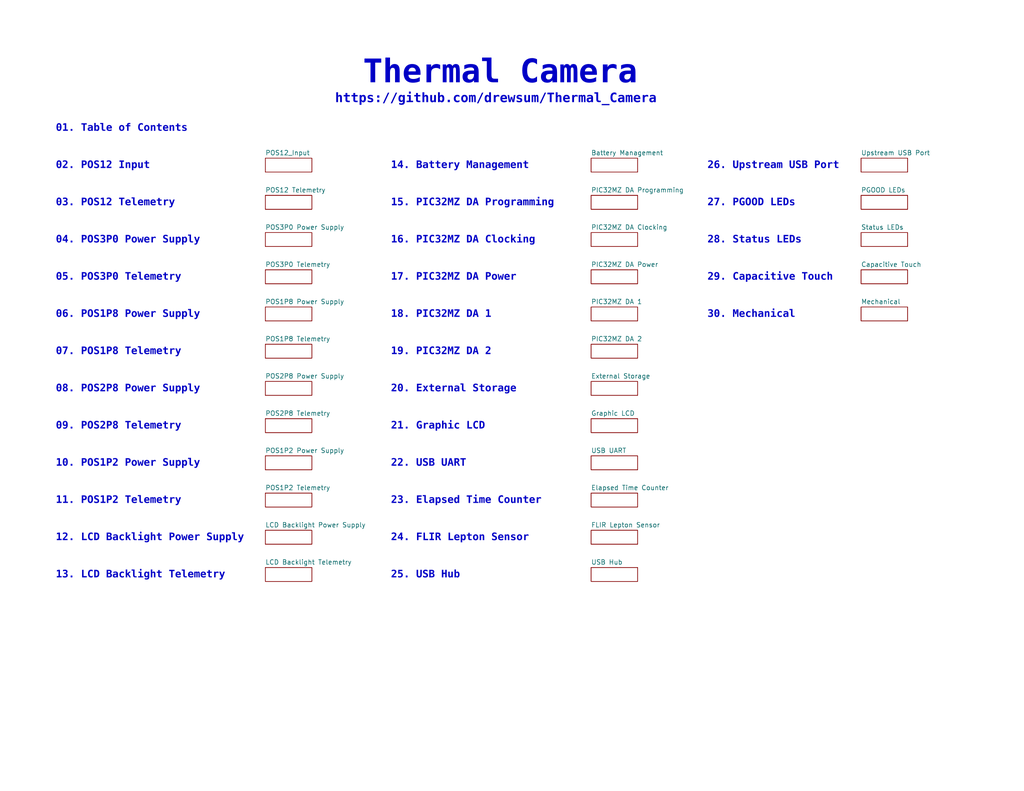
<source format=kicad_sch>
(kicad_sch
	(version 20231120)
	(generator "eeschema")
	(generator_version "8.0")
	(uuid "4bd21e0b-5408-4b93-866e-c82ac5b31fa9")
	(paper "A")
	(title_block
		(title "Thermal Camera")
		(date "2024-05-24")
		(rev "PRELIM")
		(company "Drew Maatman and Michael Laffin")
	)
	(lib_symbols)
	(text "08. POS2P8 Power Supply"
		(exclude_from_sim no)
		(at 15.24 107.95 0)
		(effects
			(font
				(face "Courier New")
				(size 2.032 2.032)
				(thickness 0.508)
				(bold yes)
			)
			(justify left bottom)
		)
		(uuid "0033a92c-6647-4e3d-b42a-5725e490b6e6")
	)
	(text "12. LCD Backlight Power Supply"
		(exclude_from_sim no)
		(at 15.24 148.59 0)
		(effects
			(font
				(face "Courier New")
				(size 2.032 2.032)
				(thickness 0.508)
				(bold yes)
			)
			(justify left bottom)
		)
		(uuid "0202c89e-f748-4709-8416-ddb772d179b5")
	)
	(text "26. Upstream USB Port"
		(exclude_from_sim no)
		(at 193.04 46.99 0)
		(effects
			(font
				(face "Courier New")
				(size 2.032 2.032)
				(thickness 0.508)
				(bold yes)
			)
			(justify left bottom)
		)
		(uuid "05ed0d5b-4476-4ed9-aacd-84d83a8f911f")
	)
	(text "15. PIC32MZ DA Programming"
		(exclude_from_sim no)
		(at 106.68 57.15 0)
		(effects
			(font
				(face "Courier New")
				(size 2.032 2.032)
				(thickness 0.508)
				(bold yes)
			)
			(justify left bottom)
		)
		(uuid "1272004a-e189-46e8-b370-958810d17e19")
	)
	(text "28. Status LEDs"
		(exclude_from_sim no)
		(at 193.04 67.31 0)
		(effects
			(font
				(face "Courier New")
				(size 2.032 2.032)
				(thickness 0.508)
				(bold yes)
			)
			(justify left bottom)
		)
		(uuid "131bd24a-37b9-4d2a-b0e6-04636002a3fe")
	)
	(text "05. POS3P0 Telemetry"
		(exclude_from_sim no)
		(at 15.24 77.47 0)
		(effects
			(font
				(face "Courier New")
				(size 2.032 2.032)
				(thickness 0.508)
				(bold yes)
			)
			(justify left bottom)
		)
		(uuid "15e7ec44-dcb6-4838-89c1-c8c4fb1c4cab")
	)
	(text "27. PGOOD LEDs"
		(exclude_from_sim no)
		(at 193.04 57.15 0)
		(effects
			(font
				(face "Courier New")
				(size 2.032 2.032)
				(thickness 0.508)
				(bold yes)
			)
			(justify left bottom)
		)
		(uuid "18c78f11-a02e-42c6-8d0f-083cb9f5da9a")
	)
	(text "02. POS12 Input"
		(exclude_from_sim no)
		(at 15.24 46.99 0)
		(effects
			(font
				(face "Courier New")
				(size 2.032 2.032)
				(thickness 0.508)
				(bold yes)
			)
			(justify left bottom)
		)
		(uuid "1ecab86b-8641-49d7-9a54-0ba4dc7f5bd9")
	)
	(text "25. USB Hub"
		(exclude_from_sim no)
		(at 106.68 158.75 0)
		(effects
			(font
				(face "Courier New")
				(size 2.032 2.032)
				(thickness 0.508)
				(bold yes)
			)
			(justify left bottom)
		)
		(uuid "21645f84-8803-4707-9303-d80f2de6e75f")
	)
	(text "22. USB UART"
		(exclude_from_sim no)
		(at 106.68 128.27 0)
		(effects
			(font
				(face "Courier New")
				(size 2.032 2.032)
				(thickness 0.508)
				(bold yes)
			)
			(justify left bottom)
		)
		(uuid "2a569bd5-3374-4664-a7d0-0c5ea89d271c")
	)
	(text "01. Table of Contents"
		(exclude_from_sim no)
		(at 15.24 36.83 0)
		(effects
			(font
				(face "Courier New")
				(size 2.032 2.032)
				(thickness 0.508)
				(bold yes)
			)
			(justify left bottom)
		)
		(uuid "2d9cba46-1fd1-4871-b159-5d7c54285bdc")
	)
	(text "23. Elapsed Time Counter"
		(exclude_from_sim no)
		(at 106.68 138.43 0)
		(effects
			(font
				(face "Courier New")
				(size 2.032 2.032)
				(thickness 0.508)
				(bold yes)
			)
			(justify left bottom)
		)
		(uuid "37693125-5a3a-4552-8628-ee2741fc8116")
	)
	(text "20. External Storage"
		(exclude_from_sim no)
		(at 106.68 107.95 0)
		(effects
			(font
				(face "Courier New")
				(size 2.032 2.032)
				(thickness 0.508)
				(bold yes)
			)
			(justify left bottom)
		)
		(uuid "385103c0-9438-4a51-b1d0-dad36d802952")
	)
	(text "Thermal Camera"
		(exclude_from_sim no)
		(at 99.06 25.4 0)
		(effects
			(font
				(face "Courier New")
				(size 6.35 6.35)
				(thickness 1.27)
				(bold yes)
			)
			(justify left bottom)
		)
		(uuid "42fa3fe2-1408-48cd-8a3a-52edff5ce67b")
	)
	(text "24. FLIR Lepton Sensor"
		(exclude_from_sim no)
		(at 106.68 148.59 0)
		(effects
			(font
				(face "Courier New")
				(size 2.032 2.032)
				(thickness 0.508)
				(bold yes)
			)
			(justify left bottom)
		)
		(uuid "438486d9-1748-4203-b5d5-86cf79467e5d")
	)
	(text "11. POS1P2 Telemetry"
		(exclude_from_sim no)
		(at 15.24 138.43 0)
		(effects
			(font
				(face "Courier New")
				(size 2.032 2.032)
				(thickness 0.508)
				(bold yes)
			)
			(justify left bottom)
		)
		(uuid "463f1c74-0e9d-4020-9a44-33a23337da6d")
	)
	(text "18. PIC32MZ DA 1"
		(exclude_from_sim no)
		(at 106.68 87.63 0)
		(effects
			(font
				(face "Courier New")
				(size 2.032 2.032)
				(thickness 0.508)
				(bold yes)
			)
			(justify left bottom)
		)
		(uuid "6a1ff001-d4cb-4263-9fcc-ea1e7f59c762")
	)
	(text "03. POS12 Telemetry"
		(exclude_from_sim no)
		(at 15.24 57.15 0)
		(effects
			(font
				(face "Courier New")
				(size 2.032 2.032)
				(thickness 0.508)
				(bold yes)
			)
			(justify left bottom)
		)
		(uuid "6a53baa9-1916-42de-91cf-9fcd8c367d91")
	)
	(text "29. Capacitive Touch"
		(exclude_from_sim no)
		(at 193.04 77.47 0)
		(effects
			(font
				(face "Courier New")
				(size 2.032 2.032)
				(thickness 0.508)
				(bold yes)
			)
			(justify left bottom)
		)
		(uuid "6d79bca0-76cb-4170-abb5-b6c462cab206")
	)
	(text "13. LCD Backlight Telemetry"
		(exclude_from_sim no)
		(at 15.24 158.75 0)
		(effects
			(font
				(face "Courier New")
				(size 2.032 2.032)
				(thickness 0.508)
				(bold yes)
			)
			(justify left bottom)
		)
		(uuid "7381a1cf-23d2-4e0f-855b-a8d58068be92")
	)
	(text "19. PIC32MZ DA 2"
		(exclude_from_sim no)
		(at 106.68 97.79 0)
		(effects
			(font
				(face "Courier New")
				(size 2.032 2.032)
				(thickness 0.508)
				(bold yes)
			)
			(justify left bottom)
		)
		(uuid "84490c36-e58f-414c-83ec-931cff933f8f")
	)
	(text "14. Battery Management"
		(exclude_from_sim no)
		(at 106.68 46.99 0)
		(effects
			(font
				(face "Courier New")
				(size 2.032 2.032)
				(thickness 0.508)
				(bold yes)
			)
			(justify left bottom)
		)
		(uuid "8da86fd1-b1f9-4e34-9f45-9a6c3ba38519")
	)
	(text "10. POS1P2 Power Supply"
		(exclude_from_sim no)
		(at 15.24 128.27 0)
		(effects
			(font
				(face "Courier New")
				(size 2.032 2.032)
				(thickness 0.508)
				(bold yes)
			)
			(justify left bottom)
		)
		(uuid "8f2d360d-5a3e-4749-afe0-08f34ffd977d")
	)
	(text "17. PIC32MZ DA Power"
		(exclude_from_sim no)
		(at 106.68 77.47 0)
		(effects
			(font
				(face "Courier New")
				(size 2.032 2.032)
				(thickness 0.508)
				(bold yes)
			)
			(justify left bottom)
		)
		(uuid "a910e657-8029-4b43-b8c1-6fb75bc78f15")
	)
	(text "https://github.com/drewsum/Thermal_Camera"
		(exclude_from_sim no)
		(at 91.44 29.21 0)
		(effects
			(font
				(face "Courier New")
				(size 2.54 2.54)
				(thickness 0.508)
				(bold yes)
			)
			(justify left bottom)
		)
		(uuid "ad2c3a85-ec16-4352-b2e9-d5b0bb73180f")
	)
	(text "30. Mechanical"
		(exclude_from_sim no)
		(at 193.04 87.63 0)
		(effects
			(font
				(face "Courier New")
				(size 2.032 2.032)
				(thickness 0.508)
				(bold yes)
			)
			(justify left bottom)
		)
		(uuid "b05781c3-2d18-4a9b-ad09-bd3fbc9d4c97")
	)
	(text "09. POS2P8 Telemetry"
		(exclude_from_sim no)
		(at 15.24 118.11 0)
		(effects
			(font
				(face "Courier New")
				(size 2.032 2.032)
				(thickness 0.508)
				(bold yes)
			)
			(justify left bottom)
		)
		(uuid "b78efe29-c83f-4fab-99b8-26e6801f29e3")
	)
	(text "07. POS1P8 Telemetry"
		(exclude_from_sim no)
		(at 15.24 97.79 0)
		(effects
			(font
				(face "Courier New")
				(size 2.032 2.032)
				(thickness 0.508)
				(bold yes)
			)
			(justify left bottom)
		)
		(uuid "bb67f017-6128-4000-907b-52004ff2a208")
	)
	(text "04. POS3P0 Power Supply"
		(exclude_from_sim no)
		(at 15.24 67.31 0)
		(effects
			(font
				(face "Courier New")
				(size 2.032 2.032)
				(thickness 0.508)
				(bold yes)
			)
			(justify left bottom)
		)
		(uuid "ccfb4f94-61f6-452e-9e14-4595f5ba1887")
	)
	(text "16. PIC32MZ DA Clocking"
		(exclude_from_sim no)
		(at 106.68 67.31 0)
		(effects
			(font
				(face "Courier New")
				(size 2.032 2.032)
				(thickness 0.508)
				(bold yes)
			)
			(justify left bottom)
		)
		(uuid "d66e287f-e3c4-4584-b742-254ade2d3dd4")
	)
	(text "06. POS1P8 Power Supply"
		(exclude_from_sim no)
		(at 15.24 87.63 0)
		(effects
			(font
				(face "Courier New")
				(size 2.032 2.032)
				(thickness 0.508)
				(bold yes)
			)
			(justify left bottom)
		)
		(uuid "dcfd4c72-000f-4f54-983a-144684f60f52")
	)
	(text "21. Graphic LCD"
		(exclude_from_sim no)
		(at 106.68 118.11 0)
		(effects
			(font
				(face "Courier New")
				(size 2.032 2.032)
				(thickness 0.508)
				(bold yes)
			)
			(justify left bottom)
		)
		(uuid "ebad4fc0-a784-4169-8b21-17197ed39a1f")
	)
	(sheet
		(at 161.29 43.18)
		(size 12.7 3.81)
		(fields_autoplaced yes)
		(stroke
			(width 0.1524)
			(type solid)
		)
		(fill
			(color 0 0 0 0.0000)
		)
		(uuid "079d68a7-d67d-4f5f-9c02-dfffe75c3c82")
		(property "Sheetname" "Battery Management"
			(at 161.29 42.4684 0)
			(effects
				(font
					(size 1.27 1.27)
				)
				(justify left bottom)
			)
		)
		(property "Sheetfile" "Battery_Management.kicad_sch"
			(at 161.29 47.5746 0)
			(effects
				(font
					(size 1.27 1.27)
				)
				(justify left top)
				(hide yes)
			)
		)
		(instances
			(project "Thermal_Camera"
				(path "/4bd21e0b-5408-4b93-866e-c82ac5b31fa9"
					(page "14")
				)
			)
		)
	)
	(sheet
		(at 72.39 93.98)
		(size 12.7 3.81)
		(fields_autoplaced yes)
		(stroke
			(width 0.1524)
			(type solid)
		)
		(fill
			(color 0 0 0 0.0000)
		)
		(uuid "0de09790-3bdf-4530-8052-3de2ac984c76")
		(property "Sheetname" "POS1P8 Telemetry"
			(at 72.39 93.2684 0)
			(effects
				(font
					(size 1.27 1.27)
				)
				(justify left bottom)
			)
		)
		(property "Sheetfile" "POS1P8_Telemetry.kicad_sch"
			(at 72.39 98.3746 0)
			(effects
				(font
					(size 1.27 1.27)
				)
				(justify left top)
				(hide yes)
			)
		)
		(instances
			(project "Thermal_Camera"
				(path "/4bd21e0b-5408-4b93-866e-c82ac5b31fa9"
					(page "7")
				)
			)
		)
	)
	(sheet
		(at 72.39 114.3)
		(size 12.7 3.81)
		(fields_autoplaced yes)
		(stroke
			(width 0.1524)
			(type solid)
		)
		(fill
			(color 0 0 0 0.0000)
		)
		(uuid "104c33c0-d87b-4dd1-aa85-8699a8ece217")
		(property "Sheetname" "POS2P8 Telemetry"
			(at 72.39 113.5884 0)
			(effects
				(font
					(size 1.27 1.27)
				)
				(justify left bottom)
			)
		)
		(property "Sheetfile" "POS2P8_Telemetry.kicad_sch"
			(at 72.39 118.6946 0)
			(effects
				(font
					(size 1.27 1.27)
				)
				(justify left top)
				(hide yes)
			)
		)
		(instances
			(project "Thermal_Camera"
				(path "/4bd21e0b-5408-4b93-866e-c82ac5b31fa9"
					(page "9")
				)
			)
		)
	)
	(sheet
		(at 161.29 83.82)
		(size 12.7 3.81)
		(fields_autoplaced yes)
		(stroke
			(width 0.1524)
			(type solid)
		)
		(fill
			(color 0 0 0 0.0000)
		)
		(uuid "1b710e3d-a955-405b-a057-cf08e93463c9")
		(property "Sheetname" "PIC32MZ DA 1"
			(at 161.29 83.1084 0)
			(effects
				(font
					(size 1.27 1.27)
				)
				(justify left bottom)
			)
		)
		(property "Sheetfile" "PIC32MZ_DA_1.kicad_sch"
			(at 161.29 88.2146 0)
			(effects
				(font
					(size 1.27 1.27)
				)
				(justify left top)
				(hide yes)
			)
		)
		(instances
			(project "Thermal_Camera"
				(path "/4bd21e0b-5408-4b93-866e-c82ac5b31fa9"
					(page "18")
				)
			)
		)
	)
	(sheet
		(at 72.39 124.46)
		(size 12.7 3.81)
		(fields_autoplaced yes)
		(stroke
			(width 0.1524)
			(type solid)
		)
		(fill
			(color 0 0 0 0.0000)
		)
		(uuid "1dc02484-5971-43c1-9ad1-5e210833b5e7")
		(property "Sheetname" "POS1P2 Power Supply"
			(at 72.39 123.7484 0)
			(effects
				(font
					(size 1.27 1.27)
				)
				(justify left bottom)
			)
		)
		(property "Sheetfile" "POS1P2_Power_Supply.kicad_sch"
			(at 72.39 128.8546 0)
			(effects
				(font
					(size 1.27 1.27)
				)
				(justify left top)
				(hide yes)
			)
		)
		(instances
			(project "Thermal_Camera"
				(path "/4bd21e0b-5408-4b93-866e-c82ac5b31fa9"
					(page "10")
				)
			)
		)
	)
	(sheet
		(at 161.29 104.14)
		(size 12.7 3.81)
		(fields_autoplaced yes)
		(stroke
			(width 0.1524)
			(type solid)
		)
		(fill
			(color 0 0 0 0.0000)
		)
		(uuid "21507370-f247-4205-8e94-91a7207a6f8b")
		(property "Sheetname" "External Storage"
			(at 161.29 103.4284 0)
			(effects
				(font
					(size 1.27 1.27)
				)
				(justify left bottom)
			)
		)
		(property "Sheetfile" "External_Storage.kicad_sch"
			(at 161.29 108.5346 0)
			(effects
				(font
					(size 1.27 1.27)
				)
				(justify left top)
				(hide yes)
			)
		)
		(instances
			(project "Thermal_Camera"
				(path "/4bd21e0b-5408-4b93-866e-c82ac5b31fa9"
					(page "20")
				)
			)
		)
	)
	(sheet
		(at 161.29 73.66)
		(size 12.7 3.81)
		(fields_autoplaced yes)
		(stroke
			(width 0.1524)
			(type solid)
		)
		(fill
			(color 0 0 0 0.0000)
		)
		(uuid "233c632f-69aa-4522-9769-6eaba4a6884e")
		(property "Sheetname" "PIC32MZ DA Power"
			(at 161.29 72.9484 0)
			(effects
				(font
					(size 1.27 1.27)
				)
				(justify left bottom)
			)
		)
		(property "Sheetfile" "PIC32MZ_DA_Power.kicad_sch"
			(at 161.29 78.0546 0)
			(effects
				(font
					(size 1.27 1.27)
				)
				(justify left top)
				(hide yes)
			)
		)
		(instances
			(project "Thermal_Camera"
				(path "/4bd21e0b-5408-4b93-866e-c82ac5b31fa9"
					(page "17")
				)
			)
		)
	)
	(sheet
		(at 161.29 154.94)
		(size 12.7 3.81)
		(fields_autoplaced yes)
		(stroke
			(width 0.1524)
			(type solid)
		)
		(fill
			(color 0 0 0 0.0000)
		)
		(uuid "32b7cc5b-624e-4280-95a3-ec3048c4197d")
		(property "Sheetname" "USB Hub"
			(at 161.29 154.2284 0)
			(effects
				(font
					(size 1.27 1.27)
				)
				(justify left bottom)
			)
		)
		(property "Sheetfile" "USB_Hub.kicad_sch"
			(at 161.29 159.3346 0)
			(effects
				(font
					(size 1.27 1.27)
				)
				(justify left top)
				(hide yes)
			)
		)
		(instances
			(project "Thermal_Camera"
				(path "/4bd21e0b-5408-4b93-866e-c82ac5b31fa9"
					(page "25")
				)
			)
		)
	)
	(sheet
		(at 72.39 134.62)
		(size 12.7 3.81)
		(fields_autoplaced yes)
		(stroke
			(width 0.1524)
			(type solid)
		)
		(fill
			(color 0 0 0 0.0000)
		)
		(uuid "33f8bcd3-de2b-4702-9d20-adccf74b10e9")
		(property "Sheetname" "POS1P2 Telemetry"
			(at 72.39 133.9084 0)
			(effects
				(font
					(size 1.27 1.27)
				)
				(justify left bottom)
			)
		)
		(property "Sheetfile" "POS1P2_Telemetry.kicad_sch"
			(at 72.39 139.0146 0)
			(effects
				(font
					(size 1.27 1.27)
				)
				(justify left top)
				(hide yes)
			)
		)
		(instances
			(project "Thermal_Camera"
				(path "/4bd21e0b-5408-4b93-866e-c82ac5b31fa9"
					(page "11")
				)
			)
		)
	)
	(sheet
		(at 72.39 63.5)
		(size 12.7 3.81)
		(fields_autoplaced yes)
		(stroke
			(width 0.1524)
			(type solid)
		)
		(fill
			(color 0 0 0 0.0000)
		)
		(uuid "3996b81d-92d5-40b5-9537-6a34278c1c5b")
		(property "Sheetname" "POS3P0 Power Supply"
			(at 72.39 62.7884 0)
			(effects
				(font
					(size 1.27 1.27)
				)
				(justify left bottom)
			)
		)
		(property "Sheetfile" "POS3P0_Power_Supply.kicad_sch"
			(at 72.39 67.8946 0)
			(effects
				(font
					(size 1.27 1.27)
				)
				(justify left top)
				(hide yes)
			)
		)
		(instances
			(project "Thermal_Camera"
				(path "/4bd21e0b-5408-4b93-866e-c82ac5b31fa9"
					(page "4")
				)
			)
		)
	)
	(sheet
		(at 234.95 73.66)
		(size 12.7 3.81)
		(fields_autoplaced yes)
		(stroke
			(width 0.1524)
			(type solid)
		)
		(fill
			(color 0 0 0 0.0000)
		)
		(uuid "3deecc45-48b8-4079-bb4a-d465a32dd7f7")
		(property "Sheetname" "Capacitive Touch"
			(at 234.95 72.9484 0)
			(effects
				(font
					(size 1.27 1.27)
				)
				(justify left bottom)
			)
		)
		(property "Sheetfile" "Capacitive_Touch.kicad_sch"
			(at 234.95 78.0546 0)
			(effects
				(font
					(size 1.27 1.27)
				)
				(justify left top)
				(hide yes)
			)
		)
		(instances
			(project "Thermal_Camera"
				(path "/4bd21e0b-5408-4b93-866e-c82ac5b31fa9"
					(page "29")
				)
			)
		)
	)
	(sheet
		(at 72.39 83.82)
		(size 12.7 3.81)
		(fields_autoplaced yes)
		(stroke
			(width 0.1524)
			(type solid)
		)
		(fill
			(color 0 0 0 0.0000)
		)
		(uuid "3fa2ed45-8dc3-4842-ae64-2bab78bff715")
		(property "Sheetname" "POS1P8 Power Supply"
			(at 72.39 83.1084 0)
			(effects
				(font
					(size 1.27 1.27)
				)
				(justify left bottom)
			)
		)
		(property "Sheetfile" "POS1P8_Power_Supply.kicad_sch"
			(at 72.39 88.2146 0)
			(effects
				(font
					(size 1.27 1.27)
				)
				(justify left top)
				(hide yes)
			)
		)
		(instances
			(project "Thermal_Camera"
				(path "/4bd21e0b-5408-4b93-866e-c82ac5b31fa9"
					(page "6")
				)
			)
		)
	)
	(sheet
		(at 72.39 154.94)
		(size 12.7 3.81)
		(fields_autoplaced yes)
		(stroke
			(width 0.1524)
			(type solid)
		)
		(fill
			(color 0 0 0 0.0000)
		)
		(uuid "62eeb8ea-0624-4e55-957b-7df5ce00f512")
		(property "Sheetname" "LCD Backlight Telemetry"
			(at 72.39 154.2284 0)
			(effects
				(font
					(size 1.27 1.27)
				)
				(justify left bottom)
			)
		)
		(property "Sheetfile" "LCD_Backlight_Telemetry.kicad_sch"
			(at 72.39 159.3346 0)
			(effects
				(font
					(size 1.27 1.27)
				)
				(justify left top)
				(hide yes)
			)
		)
		(instances
			(project "Thermal_Camera"
				(path "/4bd21e0b-5408-4b93-866e-c82ac5b31fa9"
					(page "13")
				)
			)
		)
	)
	(sheet
		(at 72.39 53.34)
		(size 12.7 3.81)
		(fields_autoplaced yes)
		(stroke
			(width 0.1524)
			(type solid)
		)
		(fill
			(color 0 0 0 0.0000)
		)
		(uuid "78c72208-6db1-4ab8-a8df-528bec958adb")
		(property "Sheetname" "POS12 Telemetry"
			(at 72.39 52.6284 0)
			(effects
				(font
					(size 1.27 1.27)
				)
				(justify left bottom)
			)
		)
		(property "Sheetfile" "POS12_Telemetry.kicad_sch"
			(at 72.39 57.7346 0)
			(effects
				(font
					(size 1.27 1.27)
				)
				(justify left top)
				(hide yes)
			)
		)
		(instances
			(project "Thermal_Camera"
				(path "/4bd21e0b-5408-4b93-866e-c82ac5b31fa9"
					(page "3")
				)
			)
		)
	)
	(sheet
		(at 161.29 124.46)
		(size 12.7 3.81)
		(fields_autoplaced yes)
		(stroke
			(width 0.1524)
			(type solid)
		)
		(fill
			(color 0 0 0 0.0000)
		)
		(uuid "7ad8c94b-0781-4549-8ff5-8042e4172cf8")
		(property "Sheetname" "USB UART"
			(at 161.29 123.7484 0)
			(effects
				(font
					(size 1.27 1.27)
				)
				(justify left bottom)
			)
		)
		(property "Sheetfile" "USB_UART.kicad_sch"
			(at 161.29 128.8546 0)
			(effects
				(font
					(size 1.27 1.27)
				)
				(justify left top)
				(hide yes)
			)
		)
		(instances
			(project "Thermal_Camera"
				(path "/4bd21e0b-5408-4b93-866e-c82ac5b31fa9"
					(page "22")
				)
			)
		)
	)
	(sheet
		(at 72.39 43.18)
		(size 12.7 3.81)
		(fields_autoplaced yes)
		(stroke
			(width 0.1524)
			(type solid)
		)
		(fill
			(color 0 0 0 0.0000)
		)
		(uuid "83e737bd-36e4-4450-be79-c684a42552df")
		(property "Sheetname" "POS12_Input"
			(at 72.39 42.4684 0)
			(effects
				(font
					(size 1.27 1.27)
				)
				(justify left bottom)
			)
		)
		(property "Sheetfile" "POS12_Input.kicad_sch"
			(at 72.39 47.5746 0)
			(effects
				(font
					(size 1.27 1.27)
				)
				(justify left top)
				(hide yes)
			)
		)
		(instances
			(project "Thermal_Camera"
				(path "/4bd21e0b-5408-4b93-866e-c82ac5b31fa9"
					(page "2")
				)
			)
		)
	)
	(sheet
		(at 161.29 144.78)
		(size 12.7 3.81)
		(fields_autoplaced yes)
		(stroke
			(width 0.1524)
			(type solid)
		)
		(fill
			(color 0 0 0 0.0000)
		)
		(uuid "8e36227e-06f5-40d4-ad69-6dce116b22fe")
		(property "Sheetname" "FLIR Lepton Sensor"
			(at 161.29 144.0684 0)
			(effects
				(font
					(size 1.27 1.27)
				)
				(justify left bottom)
			)
		)
		(property "Sheetfile" "FLIR_Lepton_Sensor.kicad_sch"
			(at 161.29 149.1746 0)
			(effects
				(font
					(size 1.27 1.27)
				)
				(justify left top)
				(hide yes)
			)
		)
		(instances
			(project "Thermal_Camera"
				(path "/4bd21e0b-5408-4b93-866e-c82ac5b31fa9"
					(page "24")
				)
			)
		)
	)
	(sheet
		(at 234.95 83.82)
		(size 12.7 3.81)
		(fields_autoplaced yes)
		(stroke
			(width 0.1524)
			(type solid)
		)
		(fill
			(color 0 0 0 0.0000)
		)
		(uuid "a61c133c-fe37-4b38-bebe-91678215771d")
		(property "Sheetname" "Mechanical"
			(at 234.95 83.1084 0)
			(effects
				(font
					(size 1.27 1.27)
				)
				(justify left bottom)
			)
		)
		(property "Sheetfile" "Mechanical.kicad_sch"
			(at 234.95 88.2146 0)
			(effects
				(font
					(size 1.27 1.27)
				)
				(justify left top)
				(hide yes)
			)
		)
		(instances
			(project "Thermal_Camera"
				(path "/4bd21e0b-5408-4b93-866e-c82ac5b31fa9"
					(page "30")
				)
			)
		)
	)
	(sheet
		(at 161.29 63.5)
		(size 12.7 3.81)
		(fields_autoplaced yes)
		(stroke
			(width 0.1524)
			(type solid)
		)
		(fill
			(color 0 0 0 0.0000)
		)
		(uuid "b2bf3717-0f22-469b-940c-2d570066d2c6")
		(property "Sheetname" "PIC32MZ DA Clocking"
			(at 161.29 62.7884 0)
			(effects
				(font
					(size 1.27 1.27)
				)
				(justify left bottom)
			)
		)
		(property "Sheetfile" "PIC32MZ_DA_Clocking.kicad_sch"
			(at 161.29 67.8946 0)
			(effects
				(font
					(size 1.27 1.27)
				)
				(justify left top)
				(hide yes)
			)
		)
		(instances
			(project "Thermal_Camera"
				(path "/4bd21e0b-5408-4b93-866e-c82ac5b31fa9"
					(page "16")
				)
			)
		)
	)
	(sheet
		(at 72.39 73.66)
		(size 12.7 3.81)
		(fields_autoplaced yes)
		(stroke
			(width 0.1524)
			(type solid)
		)
		(fill
			(color 0 0 0 0.0000)
		)
		(uuid "b7b56698-10d6-435b-a853-cd2553062653")
		(property "Sheetname" "POS3P0 Telemetry"
			(at 72.39 72.9484 0)
			(effects
				(font
					(size 1.27 1.27)
				)
				(justify left bottom)
			)
		)
		(property "Sheetfile" "POS3P0_Telemetry.kicad_sch"
			(at 72.39 78.0546 0)
			(effects
				(font
					(size 1.27 1.27)
				)
				(justify left top)
				(hide yes)
			)
		)
		(instances
			(project "Thermal_Camera"
				(path "/4bd21e0b-5408-4b93-866e-c82ac5b31fa9"
					(page "5")
				)
			)
		)
	)
	(sheet
		(at 161.29 114.3)
		(size 12.7 3.81)
		(fields_autoplaced yes)
		(stroke
			(width 0.1524)
			(type solid)
		)
		(fill
			(color 0 0 0 0.0000)
		)
		(uuid "c2d59ecd-441a-4d58-9156-a852d244de52")
		(property "Sheetname" "Graphic LCD"
			(at 161.29 113.5884 0)
			(effects
				(font
					(size 1.27 1.27)
				)
				(justify left bottom)
			)
		)
		(property "Sheetfile" "Graphic_LCD.kicad_sch"
			(at 161.29 118.6946 0)
			(effects
				(font
					(size 1.27 1.27)
				)
				(justify left top)
				(hide yes)
			)
		)
		(instances
			(project "Thermal_Camera"
				(path "/4bd21e0b-5408-4b93-866e-c82ac5b31fa9"
					(page "21")
				)
			)
		)
	)
	(sheet
		(at 234.95 53.34)
		(size 12.7 3.81)
		(fields_autoplaced yes)
		(stroke
			(width 0.1524)
			(type solid)
		)
		(fill
			(color 0 0 0 0.0000)
		)
		(uuid "c698b831-0a89-446b-a0f6-e678b516ea4f")
		(property "Sheetname" "PGOOD LEDs"
			(at 234.95 52.6284 0)
			(effects
				(font
					(size 1.27 1.27)
				)
				(justify left bottom)
			)
		)
		(property "Sheetfile" "PGOOD_LEDs.kicad_sch"
			(at 234.95 57.7346 0)
			(effects
				(font
					(size 1.27 1.27)
				)
				(justify left top)
				(hide yes)
			)
		)
		(instances
			(project "Thermal_Camera"
				(path "/4bd21e0b-5408-4b93-866e-c82ac5b31fa9"
					(page "27")
				)
			)
		)
	)
	(sheet
		(at 161.29 53.34)
		(size 12.7 3.81)
		(fields_autoplaced yes)
		(stroke
			(width 0.1524)
			(type solid)
		)
		(fill
			(color 0 0 0 0.0000)
		)
		(uuid "c8b41008-ee29-40ae-a4f4-13001b750237")
		(property "Sheetname" "PIC32MZ DA Programming"
			(at 161.29 52.6284 0)
			(effects
				(font
					(size 1.27 1.27)
				)
				(justify left bottom)
			)
		)
		(property "Sheetfile" "PIC32MZ_DA_Programming.kicad_sch"
			(at 161.29 57.7346 0)
			(effects
				(font
					(size 1.27 1.27)
				)
				(justify left top)
				(hide yes)
			)
		)
		(instances
			(project "Thermal_Camera"
				(path "/4bd21e0b-5408-4b93-866e-c82ac5b31fa9"
					(page "15")
				)
			)
		)
	)
	(sheet
		(at 72.39 104.14)
		(size 12.7 3.81)
		(fields_autoplaced yes)
		(stroke
			(width 0.1524)
			(type solid)
		)
		(fill
			(color 0 0 0 0.0000)
		)
		(uuid "cb0180f5-1543-4708-8311-b1b82e278e59")
		(property "Sheetname" "POS2P8 Power Supply"
			(at 72.39 103.4284 0)
			(effects
				(font
					(size 1.27 1.27)
				)
				(justify left bottom)
			)
		)
		(property "Sheetfile" "POS2P8_Power_Supply.kicad_sch"
			(at 72.39 108.5346 0)
			(effects
				(font
					(size 1.27 1.27)
				)
				(justify left top)
				(hide yes)
			)
		)
		(instances
			(project "Thermal_Camera"
				(path "/4bd21e0b-5408-4b93-866e-c82ac5b31fa9"
					(page "8")
				)
			)
		)
	)
	(sheet
		(at 234.95 63.5)
		(size 12.7 3.81)
		(fields_autoplaced yes)
		(stroke
			(width 0.1524)
			(type solid)
		)
		(fill
			(color 0 0 0 0.0000)
		)
		(uuid "cee2a0fc-8649-4419-b564-711d3b494b86")
		(property "Sheetname" "Status LEDs"
			(at 234.95 62.7884 0)
			(effects
				(font
					(size 1.27 1.27)
				)
				(justify left bottom)
			)
		)
		(property "Sheetfile" "Status_LEDs.kicad_sch"
			(at 234.95 67.8946 0)
			(effects
				(font
					(size 1.27 1.27)
				)
				(justify left top)
				(hide yes)
			)
		)
		(instances
			(project "Thermal_Camera"
				(path "/4bd21e0b-5408-4b93-866e-c82ac5b31fa9"
					(page "28")
				)
			)
		)
	)
	(sheet
		(at 72.39 144.78)
		(size 12.7 3.81)
		(fields_autoplaced yes)
		(stroke
			(width 0.1524)
			(type solid)
		)
		(fill
			(color 0 0 0 0.0000)
		)
		(uuid "d07f990c-7861-4c98-9d45-acb3b8f709d7")
		(property "Sheetname" "LCD Backlight Power Supply"
			(at 72.39 144.0684 0)
			(effects
				(font
					(size 1.27 1.27)
				)
				(justify left bottom)
			)
		)
		(property "Sheetfile" "LCD_Backlight_Power_Supply.kicad_sch"
			(at 72.39 149.1746 0)
			(effects
				(font
					(size 1.27 1.27)
				)
				(justify left top)
				(hide yes)
			)
		)
		(instances
			(project "Thermal_Camera"
				(path "/4bd21e0b-5408-4b93-866e-c82ac5b31fa9"
					(page "12")
				)
			)
		)
	)
	(sheet
		(at 161.29 93.98)
		(size 12.7 3.81)
		(fields_autoplaced yes)
		(stroke
			(width 0.1524)
			(type solid)
		)
		(fill
			(color 0 0 0 0.0000)
		)
		(uuid "d6dd27c9-8e5b-4d17-a34a-73b51937c448")
		(property "Sheetname" "PIC32MZ DA 2"
			(at 161.29 93.2684 0)
			(effects
				(font
					(size 1.27 1.27)
				)
				(justify left bottom)
			)
		)
		(property "Sheetfile" "PIC32MZ_DA_2.kicad_sch"
			(at 161.29 98.3746 0)
			(effects
				(font
					(size 1.27 1.27)
				)
				(justify left top)
				(hide yes)
			)
		)
		(instances
			(project "Thermal_Camera"
				(path "/4bd21e0b-5408-4b93-866e-c82ac5b31fa9"
					(page "19")
				)
			)
		)
	)
	(sheet
		(at 234.95 43.18)
		(size 12.7 3.81)
		(fields_autoplaced yes)
		(stroke
			(width 0.1524)
			(type solid)
		)
		(fill
			(color 0 0 0 0.0000)
		)
		(uuid "dd4614e2-927a-44ed-ae40-fbdaf53746a0")
		(property "Sheetname" "Upstream USB Port"
			(at 234.95 42.4684 0)
			(effects
				(font
					(size 1.27 1.27)
				)
				(justify left bottom)
			)
		)
		(property "Sheetfile" "Upstream_USB_Port.kicad_sch"
			(at 234.95 47.5746 0)
			(effects
				(font
					(size 1.27 1.27)
				)
				(justify left top)
				(hide yes)
			)
		)
		(instances
			(project "Thermal_Camera"
				(path "/4bd21e0b-5408-4b93-866e-c82ac5b31fa9"
					(page "26")
				)
			)
		)
	)
	(sheet
		(at 161.29 134.62)
		(size 12.7 3.81)
		(fields_autoplaced yes)
		(stroke
			(width 0.1524)
			(type solid)
		)
		(fill
			(color 0 0 0 0.0000)
		)
		(uuid "e683c214-7fe6-4d85-9668-46cd89bb0f39")
		(property "Sheetname" "Elapsed Time Counter"
			(at 161.29 133.9084 0)
			(effects
				(font
					(size 1.27 1.27)
				)
				(justify left bottom)
			)
		)
		(property "Sheetfile" "Elapsed_Time_Counter.kicad_sch"
			(at 161.29 139.0146 0)
			(effects
				(font
					(size 1.27 1.27)
				)
				(justify left top)
				(hide yes)
			)
		)
		(instances
			(project "Thermal_Camera"
				(path "/4bd21e0b-5408-4b93-866e-c82ac5b31fa9"
					(page "23")
				)
			)
		)
	)
	(sheet_instances
		(path "/"
			(page "1")
		)
	)
)

</source>
